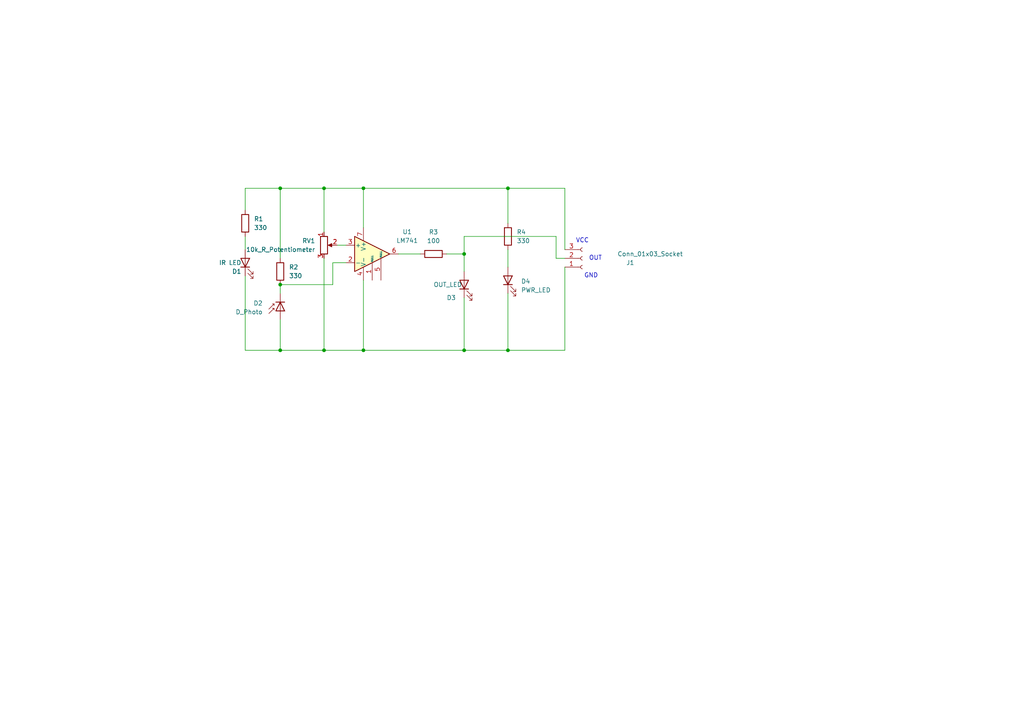
<source format=kicad_sch>
(kicad_sch
	(version 20250114)
	(generator "eeschema")
	(generator_version "9.0")
	(uuid "5b9e880c-5352-43e4-9e1b-02f6602c4e87")
	(paper "A4")
	(lib_symbols
		(symbol "Amplifier_Operational:LM741"
			(pin_names
				(offset 0.127)
			)
			(exclude_from_sim no)
			(in_bom yes)
			(on_board yes)
			(property "Reference" "U"
				(at 0 6.35 0)
				(effects
					(font
						(size 1.27 1.27)
					)
					(justify left)
				)
			)
			(property "Value" "LM741"
				(at 0 3.81 0)
				(effects
					(font
						(size 1.27 1.27)
					)
					(justify left)
				)
			)
			(property "Footprint" ""
				(at 1.27 1.27 0)
				(effects
					(font
						(size 1.27 1.27)
					)
					(hide yes)
				)
			)
			(property "Datasheet" "http://www.ti.com/lit/ds/symlink/lm741.pdf"
				(at 3.81 3.81 0)
				(effects
					(font
						(size 1.27 1.27)
					)
					(hide yes)
				)
			)
			(property "Description" "Operational Amplifier, DIP-8/TO-99-8"
				(at 0 0 0)
				(effects
					(font
						(size 1.27 1.27)
					)
					(hide yes)
				)
			)
			(property "ki_keywords" "single opamp"
				(at 0 0 0)
				(effects
					(font
						(size 1.27 1.27)
					)
					(hide yes)
				)
			)
			(property "ki_fp_filters" "SOIC*3.9x4.9mm*P1.27mm* DIP*W7.62mm* TSSOP*3x3mm*P0.65mm*"
				(at 0 0 0)
				(effects
					(font
						(size 1.27 1.27)
					)
					(hide yes)
				)
			)
			(symbol "LM741_0_1"
				(polyline
					(pts
						(xy -5.08 5.08) (xy 5.08 0) (xy -5.08 -5.08) (xy -5.08 5.08)
					)
					(stroke
						(width 0.254)
						(type default)
					)
					(fill
						(type background)
					)
				)
			)
			(symbol "LM741_1_1"
				(pin input line
					(at -7.62 2.54 0)
					(length 2.54)
					(name "+"
						(effects
							(font
								(size 1.27 1.27)
							)
						)
					)
					(number "3"
						(effects
							(font
								(size 1.27 1.27)
							)
						)
					)
				)
				(pin input line
					(at -7.62 -2.54 0)
					(length 2.54)
					(name "-"
						(effects
							(font
								(size 1.27 1.27)
							)
						)
					)
					(number "2"
						(effects
							(font
								(size 1.27 1.27)
							)
						)
					)
				)
				(pin power_in line
					(at -2.54 7.62 270)
					(length 3.81)
					(name "V+"
						(effects
							(font
								(size 1.27 1.27)
							)
						)
					)
					(number "7"
						(effects
							(font
								(size 1.27 1.27)
							)
						)
					)
				)
				(pin power_in line
					(at -2.54 -7.62 90)
					(length 3.81)
					(name "V-"
						(effects
							(font
								(size 1.27 1.27)
							)
						)
					)
					(number "4"
						(effects
							(font
								(size 1.27 1.27)
							)
						)
					)
				)
				(pin no_connect line
					(at 0 2.54 270)
					(length 2.54)
					(hide yes)
					(name "NC"
						(effects
							(font
								(size 1.27 1.27)
							)
						)
					)
					(number "8"
						(effects
							(font
								(size 1.27 1.27)
							)
						)
					)
				)
				(pin input line
					(at 0 -7.62 90)
					(length 5.08)
					(name "NULL"
						(effects
							(font
								(size 0.508 0.508)
							)
						)
					)
					(number "1"
						(effects
							(font
								(size 1.27 1.27)
							)
						)
					)
				)
				(pin input line
					(at 2.54 -7.62 90)
					(length 6.35)
					(name "NULL"
						(effects
							(font
								(size 0.508 0.508)
							)
						)
					)
					(number "5"
						(effects
							(font
								(size 1.27 1.27)
							)
						)
					)
				)
				(pin output line
					(at 7.62 0 180)
					(length 2.54)
					(name "~"
						(effects
							(font
								(size 1.27 1.27)
							)
						)
					)
					(number "6"
						(effects
							(font
								(size 1.27 1.27)
							)
						)
					)
				)
			)
			(embedded_fonts no)
		)
		(symbol "Connector:Conn_01x03_Socket"
			(pin_names
				(offset 1.016)
				(hide yes)
			)
			(exclude_from_sim no)
			(in_bom yes)
			(on_board yes)
			(property "Reference" "J"
				(at 0 5.08 0)
				(effects
					(font
						(size 1.27 1.27)
					)
				)
			)
			(property "Value" "Conn_01x03_Socket"
				(at 0 -5.08 0)
				(effects
					(font
						(size 1.27 1.27)
					)
				)
			)
			(property "Footprint" ""
				(at 0 0 0)
				(effects
					(font
						(size 1.27 1.27)
					)
					(hide yes)
				)
			)
			(property "Datasheet" "~"
				(at 0 0 0)
				(effects
					(font
						(size 1.27 1.27)
					)
					(hide yes)
				)
			)
			(property "Description" "Generic connector, single row, 01x03, script generated"
				(at 0 0 0)
				(effects
					(font
						(size 1.27 1.27)
					)
					(hide yes)
				)
			)
			(property "ki_locked" ""
				(at 0 0 0)
				(effects
					(font
						(size 1.27 1.27)
					)
				)
			)
			(property "ki_keywords" "connector"
				(at 0 0 0)
				(effects
					(font
						(size 1.27 1.27)
					)
					(hide yes)
				)
			)
			(property "ki_fp_filters" "Connector*:*_1x??_*"
				(at 0 0 0)
				(effects
					(font
						(size 1.27 1.27)
					)
					(hide yes)
				)
			)
			(symbol "Conn_01x03_Socket_1_1"
				(polyline
					(pts
						(xy -1.27 2.54) (xy -0.508 2.54)
					)
					(stroke
						(width 0.1524)
						(type default)
					)
					(fill
						(type none)
					)
				)
				(polyline
					(pts
						(xy -1.27 0) (xy -0.508 0)
					)
					(stroke
						(width 0.1524)
						(type default)
					)
					(fill
						(type none)
					)
				)
				(polyline
					(pts
						(xy -1.27 -2.54) (xy -0.508 -2.54)
					)
					(stroke
						(width 0.1524)
						(type default)
					)
					(fill
						(type none)
					)
				)
				(arc
					(start 0 2.032)
					(mid -0.5058 2.54)
					(end 0 3.048)
					(stroke
						(width 0.1524)
						(type default)
					)
					(fill
						(type none)
					)
				)
				(arc
					(start 0 -0.508)
					(mid -0.5058 0)
					(end 0 0.508)
					(stroke
						(width 0.1524)
						(type default)
					)
					(fill
						(type none)
					)
				)
				(arc
					(start 0 -3.048)
					(mid -0.5058 -2.54)
					(end 0 -2.032)
					(stroke
						(width 0.1524)
						(type default)
					)
					(fill
						(type none)
					)
				)
				(pin passive line
					(at -5.08 2.54 0)
					(length 3.81)
					(name "Pin_1"
						(effects
							(font
								(size 1.27 1.27)
							)
						)
					)
					(number "1"
						(effects
							(font
								(size 1.27 1.27)
							)
						)
					)
				)
				(pin passive line
					(at -5.08 0 0)
					(length 3.81)
					(name "Pin_2"
						(effects
							(font
								(size 1.27 1.27)
							)
						)
					)
					(number "2"
						(effects
							(font
								(size 1.27 1.27)
							)
						)
					)
				)
				(pin passive line
					(at -5.08 -2.54 0)
					(length 3.81)
					(name "Pin_3"
						(effects
							(font
								(size 1.27 1.27)
							)
						)
					)
					(number "3"
						(effects
							(font
								(size 1.27 1.27)
							)
						)
					)
				)
			)
			(embedded_fonts no)
		)
		(symbol "Device:D_Photo"
			(pin_numbers
				(hide yes)
			)
			(pin_names
				(hide yes)
			)
			(exclude_from_sim no)
			(in_bom yes)
			(on_board yes)
			(property "Reference" "D"
				(at 0.508 1.778 0)
				(effects
					(font
						(size 1.27 1.27)
					)
					(justify left)
				)
			)
			(property "Value" "D_Photo"
				(at -1.016 -2.794 0)
				(effects
					(font
						(size 1.27 1.27)
					)
				)
			)
			(property "Footprint" ""
				(at -1.27 0 0)
				(effects
					(font
						(size 1.27 1.27)
					)
					(hide yes)
				)
			)
			(property "Datasheet" "~"
				(at -1.27 0 0)
				(effects
					(font
						(size 1.27 1.27)
					)
					(hide yes)
				)
			)
			(property "Description" "Photodiode"
				(at 0 0 0)
				(effects
					(font
						(size 1.27 1.27)
					)
					(hide yes)
				)
			)
			(property "ki_keywords" "photodiode diode opto"
				(at 0 0 0)
				(effects
					(font
						(size 1.27 1.27)
					)
					(hide yes)
				)
			)
			(symbol "D_Photo_0_1"
				(polyline
					(pts
						(xy -2.54 1.27) (xy -2.54 -1.27)
					)
					(stroke
						(width 0.254)
						(type default)
					)
					(fill
						(type none)
					)
				)
				(polyline
					(pts
						(xy -2.032 1.778) (xy -1.524 1.778)
					)
					(stroke
						(width 0)
						(type default)
					)
					(fill
						(type none)
					)
				)
				(polyline
					(pts
						(xy -0.508 3.302) (xy -2.032 1.778) (xy -2.032 2.286)
					)
					(stroke
						(width 0)
						(type default)
					)
					(fill
						(type none)
					)
				)
				(polyline
					(pts
						(xy 0 0) (xy -2.54 0)
					)
					(stroke
						(width 0)
						(type default)
					)
					(fill
						(type none)
					)
				)
				(polyline
					(pts
						(xy 0 -1.27) (xy 0 1.27) (xy -2.54 0) (xy 0 -1.27)
					)
					(stroke
						(width 0.254)
						(type default)
					)
					(fill
						(type none)
					)
				)
				(polyline
					(pts
						(xy 0.762 3.302) (xy -0.762 1.778) (xy -0.762 2.286) (xy -0.762 1.778) (xy -0.254 1.778)
					)
					(stroke
						(width 0)
						(type default)
					)
					(fill
						(type none)
					)
				)
			)
			(symbol "D_Photo_1_1"
				(pin passive line
					(at -5.08 0 0)
					(length 2.54)
					(name "K"
						(effects
							(font
								(size 1.27 1.27)
							)
						)
					)
					(number "1"
						(effects
							(font
								(size 1.27 1.27)
							)
						)
					)
				)
				(pin passive line
					(at 2.54 0 180)
					(length 2.54)
					(name "A"
						(effects
							(font
								(size 1.27 1.27)
							)
						)
					)
					(number "2"
						(effects
							(font
								(size 1.27 1.27)
							)
						)
					)
				)
			)
			(embedded_fonts no)
		)
		(symbol "Device:LED"
			(pin_numbers
				(hide yes)
			)
			(pin_names
				(offset 1.016)
				(hide yes)
			)
			(exclude_from_sim no)
			(in_bom yes)
			(on_board yes)
			(property "Reference" "D"
				(at 0 2.54 0)
				(effects
					(font
						(size 1.27 1.27)
					)
				)
			)
			(property "Value" "LED"
				(at 0 -2.54 0)
				(effects
					(font
						(size 1.27 1.27)
					)
				)
			)
			(property "Footprint" ""
				(at 0 0 0)
				(effects
					(font
						(size 1.27 1.27)
					)
					(hide yes)
				)
			)
			(property "Datasheet" "~"
				(at 0 0 0)
				(effects
					(font
						(size 1.27 1.27)
					)
					(hide yes)
				)
			)
			(property "Description" "Light emitting diode"
				(at 0 0 0)
				(effects
					(font
						(size 1.27 1.27)
					)
					(hide yes)
				)
			)
			(property "Sim.Pins" "1=K 2=A"
				(at 0 0 0)
				(effects
					(font
						(size 1.27 1.27)
					)
					(hide yes)
				)
			)
			(property "ki_keywords" "LED diode"
				(at 0 0 0)
				(effects
					(font
						(size 1.27 1.27)
					)
					(hide yes)
				)
			)
			(property "ki_fp_filters" "LED* LED_SMD:* LED_THT:*"
				(at 0 0 0)
				(effects
					(font
						(size 1.27 1.27)
					)
					(hide yes)
				)
			)
			(symbol "LED_0_1"
				(polyline
					(pts
						(xy -3.048 -0.762) (xy -4.572 -2.286) (xy -3.81 -2.286) (xy -4.572 -2.286) (xy -4.572 -1.524)
					)
					(stroke
						(width 0)
						(type default)
					)
					(fill
						(type none)
					)
				)
				(polyline
					(pts
						(xy -1.778 -0.762) (xy -3.302 -2.286) (xy -2.54 -2.286) (xy -3.302 -2.286) (xy -3.302 -1.524)
					)
					(stroke
						(width 0)
						(type default)
					)
					(fill
						(type none)
					)
				)
				(polyline
					(pts
						(xy -1.27 0) (xy 1.27 0)
					)
					(stroke
						(width 0)
						(type default)
					)
					(fill
						(type none)
					)
				)
				(polyline
					(pts
						(xy -1.27 -1.27) (xy -1.27 1.27)
					)
					(stroke
						(width 0.254)
						(type default)
					)
					(fill
						(type none)
					)
				)
				(polyline
					(pts
						(xy 1.27 -1.27) (xy 1.27 1.27) (xy -1.27 0) (xy 1.27 -1.27)
					)
					(stroke
						(width 0.254)
						(type default)
					)
					(fill
						(type none)
					)
				)
			)
			(symbol "LED_1_1"
				(pin passive line
					(at -3.81 0 0)
					(length 2.54)
					(name "K"
						(effects
							(font
								(size 1.27 1.27)
							)
						)
					)
					(number "1"
						(effects
							(font
								(size 1.27 1.27)
							)
						)
					)
				)
				(pin passive line
					(at 3.81 0 180)
					(length 2.54)
					(name "A"
						(effects
							(font
								(size 1.27 1.27)
							)
						)
					)
					(number "2"
						(effects
							(font
								(size 1.27 1.27)
							)
						)
					)
				)
			)
			(embedded_fonts no)
		)
		(symbol "Device:R"
			(pin_numbers
				(hide yes)
			)
			(pin_names
				(offset 0)
			)
			(exclude_from_sim no)
			(in_bom yes)
			(on_board yes)
			(property "Reference" "R"
				(at 2.032 0 90)
				(effects
					(font
						(size 1.27 1.27)
					)
				)
			)
			(property "Value" "R"
				(at 0 0 90)
				(effects
					(font
						(size 1.27 1.27)
					)
				)
			)
			(property "Footprint" ""
				(at -1.778 0 90)
				(effects
					(font
						(size 1.27 1.27)
					)
					(hide yes)
				)
			)
			(property "Datasheet" "~"
				(at 0 0 0)
				(effects
					(font
						(size 1.27 1.27)
					)
					(hide yes)
				)
			)
			(property "Description" "Resistor"
				(at 0 0 0)
				(effects
					(font
						(size 1.27 1.27)
					)
					(hide yes)
				)
			)
			(property "ki_keywords" "R res resistor"
				(at 0 0 0)
				(effects
					(font
						(size 1.27 1.27)
					)
					(hide yes)
				)
			)
			(property "ki_fp_filters" "R_*"
				(at 0 0 0)
				(effects
					(font
						(size 1.27 1.27)
					)
					(hide yes)
				)
			)
			(symbol "R_0_1"
				(rectangle
					(start -1.016 -2.54)
					(end 1.016 2.54)
					(stroke
						(width 0.254)
						(type default)
					)
					(fill
						(type none)
					)
				)
			)
			(symbol "R_1_1"
				(pin passive line
					(at 0 3.81 270)
					(length 1.27)
					(name "~"
						(effects
							(font
								(size 1.27 1.27)
							)
						)
					)
					(number "1"
						(effects
							(font
								(size 1.27 1.27)
							)
						)
					)
				)
				(pin passive line
					(at 0 -3.81 90)
					(length 1.27)
					(name "~"
						(effects
							(font
								(size 1.27 1.27)
							)
						)
					)
					(number "2"
						(effects
							(font
								(size 1.27 1.27)
							)
						)
					)
				)
			)
			(embedded_fonts no)
		)
		(symbol "Device:R_Potentiometer"
			(pin_names
				(offset 1.016)
				(hide yes)
			)
			(exclude_from_sim no)
			(in_bom yes)
			(on_board yes)
			(property "Reference" "RV"
				(at -4.445 0 90)
				(effects
					(font
						(size 1.27 1.27)
					)
				)
			)
			(property "Value" "R_Potentiometer"
				(at -2.54 0 90)
				(effects
					(font
						(size 1.27 1.27)
					)
				)
			)
			(property "Footprint" ""
				(at 0 0 0)
				(effects
					(font
						(size 1.27 1.27)
					)
					(hide yes)
				)
			)
			(property "Datasheet" "~"
				(at 0 0 0)
				(effects
					(font
						(size 1.27 1.27)
					)
					(hide yes)
				)
			)
			(property "Description" "Potentiometer"
				(at 0 0 0)
				(effects
					(font
						(size 1.27 1.27)
					)
					(hide yes)
				)
			)
			(property "ki_keywords" "resistor variable"
				(at 0 0 0)
				(effects
					(font
						(size 1.27 1.27)
					)
					(hide yes)
				)
			)
			(property "ki_fp_filters" "Potentiometer*"
				(at 0 0 0)
				(effects
					(font
						(size 1.27 1.27)
					)
					(hide yes)
				)
			)
			(symbol "R_Potentiometer_0_1"
				(rectangle
					(start 1.016 2.54)
					(end -1.016 -2.54)
					(stroke
						(width 0.254)
						(type default)
					)
					(fill
						(type none)
					)
				)
				(polyline
					(pts
						(xy 1.143 0) (xy 2.286 0.508) (xy 2.286 -0.508) (xy 1.143 0)
					)
					(stroke
						(width 0)
						(type default)
					)
					(fill
						(type outline)
					)
				)
				(polyline
					(pts
						(xy 2.54 0) (xy 1.524 0)
					)
					(stroke
						(width 0)
						(type default)
					)
					(fill
						(type none)
					)
				)
			)
			(symbol "R_Potentiometer_1_1"
				(pin passive line
					(at 0 3.81 270)
					(length 1.27)
					(name "1"
						(effects
							(font
								(size 1.27 1.27)
							)
						)
					)
					(number "1"
						(effects
							(font
								(size 1.27 1.27)
							)
						)
					)
				)
				(pin passive line
					(at 0 -3.81 90)
					(length 1.27)
					(name "3"
						(effects
							(font
								(size 1.27 1.27)
							)
						)
					)
					(number "3"
						(effects
							(font
								(size 1.27 1.27)
							)
						)
					)
				)
				(pin passive line
					(at 3.81 0 180)
					(length 1.27)
					(name "2"
						(effects
							(font
								(size 1.27 1.27)
							)
						)
					)
					(number "2"
						(effects
							(font
								(size 1.27 1.27)
							)
						)
					)
				)
			)
			(embedded_fonts no)
		)
	)
	(text "GND"
		(exclude_from_sim no)
		(at 171.45 80.01 0)
		(effects
			(font
				(size 1.27 1.27)
			)
		)
		(uuid "49464ded-a01b-4082-8168-a12a6ef290ee")
	)
	(text "VCC"
		(exclude_from_sim no)
		(at 168.91 69.85 0)
		(effects
			(font
				(size 1.27 1.27)
			)
		)
		(uuid "69559e8e-b22d-4600-93d1-6de39fd7878d")
	)
	(text "OUT\n"
		(exclude_from_sim no)
		(at 172.72 74.93 0)
		(effects
			(font
				(size 1.27 1.27)
			)
		)
		(uuid "a4f4071e-92e8-4fd7-bc75-797f397f3682")
	)
	(junction
		(at 105.41 54.61)
		(diameter 0)
		(color 0 0 0 0)
		(uuid "2a1010a8-7369-4f08-8a18-81b85973e436")
	)
	(junction
		(at 147.32 101.6)
		(diameter 0)
		(color 0 0 0 0)
		(uuid "2d1974ad-d503-465c-a6e9-9490009e0c2f")
	)
	(junction
		(at 81.28 54.61)
		(diameter 0)
		(color 0 0 0 0)
		(uuid "2dbaeb96-b650-4b54-bd7b-ad4bbd9d1c01")
	)
	(junction
		(at 134.62 73.66)
		(diameter 0)
		(color 0 0 0 0)
		(uuid "527e3a73-be23-4884-a893-14b8551eac80")
	)
	(junction
		(at 147.32 54.61)
		(diameter 0)
		(color 0 0 0 0)
		(uuid "62886c40-52f3-4449-b54a-e2f2d47e3649")
	)
	(junction
		(at 134.62 101.6)
		(diameter 0)
		(color 0 0 0 0)
		(uuid "75210ad5-5065-4e24-b9f1-1e5dc99bc2ff")
	)
	(junction
		(at 93.98 101.6)
		(diameter 0)
		(color 0 0 0 0)
		(uuid "77517a85-ede9-4301-86bf-84126f224019")
	)
	(junction
		(at 81.28 82.55)
		(diameter 0)
		(color 0 0 0 0)
		(uuid "9bc13bfe-dee4-48f4-af40-95765bac0c0e")
	)
	(junction
		(at 81.28 101.6)
		(diameter 0)
		(color 0 0 0 0)
		(uuid "b2de323d-1f27-47f0-8954-fa81bd5b6928")
	)
	(junction
		(at 93.98 54.61)
		(diameter 0)
		(color 0 0 0 0)
		(uuid "be5304cc-6c74-412a-bb0e-8d1175fc897d")
	)
	(junction
		(at 105.41 101.6)
		(diameter 0)
		(color 0 0 0 0)
		(uuid "ec8b625b-66f4-4355-88c0-2ab3dbe6b7ae")
	)
	(wire
		(pts
			(xy 81.28 92.71) (xy 81.28 101.6)
		)
		(stroke
			(width 0)
			(type default)
		)
		(uuid "034c01cd-6245-4504-a919-cc89fe41c873")
	)
	(wire
		(pts
			(xy 134.62 68.58) (xy 161.29 68.58)
		)
		(stroke
			(width 0)
			(type default)
		)
		(uuid "0cbe0549-dbd9-4267-a68d-7ad6de2e45f6")
	)
	(wire
		(pts
			(xy 147.32 54.61) (xy 147.32 64.77)
		)
		(stroke
			(width 0)
			(type default)
		)
		(uuid "0e9f6b61-a8bc-4060-b0c5-a88ea0c4d42a")
	)
	(wire
		(pts
			(xy 105.41 101.6) (xy 134.62 101.6)
		)
		(stroke
			(width 0)
			(type default)
		)
		(uuid "14312942-8533-4b7f-9574-6f500ec9f991")
	)
	(wire
		(pts
			(xy 93.98 54.61) (xy 81.28 54.61)
		)
		(stroke
			(width 0)
			(type default)
		)
		(uuid "25cfb54f-e7df-49c1-b6d0-6bedd94e2b28")
	)
	(wire
		(pts
			(xy 147.32 72.39) (xy 147.32 77.47)
		)
		(stroke
			(width 0)
			(type default)
		)
		(uuid "2a523d58-2593-4968-a9e4-a173a4a26b03")
	)
	(wire
		(pts
			(xy 105.41 54.61) (xy 147.32 54.61)
		)
		(stroke
			(width 0)
			(type default)
		)
		(uuid "2a82d6ac-b9c2-43e3-817e-abb5933e8968")
	)
	(wire
		(pts
			(xy 71.12 54.61) (xy 71.12 60.96)
		)
		(stroke
			(width 0)
			(type default)
		)
		(uuid "2dd4570f-51df-4389-bb83-0235c17e2550")
	)
	(wire
		(pts
			(xy 105.41 54.61) (xy 93.98 54.61)
		)
		(stroke
			(width 0)
			(type default)
		)
		(uuid "2fd99dbf-ebca-4d45-b4f7-d5edaf530507")
	)
	(wire
		(pts
			(xy 93.98 101.6) (xy 105.41 101.6)
		)
		(stroke
			(width 0)
			(type default)
		)
		(uuid "36874bc0-2a4b-4577-8c90-3910351402be")
	)
	(wire
		(pts
			(xy 81.28 54.61) (xy 71.12 54.61)
		)
		(stroke
			(width 0)
			(type default)
		)
		(uuid "37184bd6-60e6-40cd-9c25-967fdb84a58a")
	)
	(wire
		(pts
			(xy 100.33 76.2) (xy 96.52 76.2)
		)
		(stroke
			(width 0)
			(type default)
		)
		(uuid "3dedeb8e-61c8-42e5-8f81-9df904bd9037")
	)
	(wire
		(pts
			(xy 105.41 54.61) (xy 105.41 66.04)
		)
		(stroke
			(width 0)
			(type default)
		)
		(uuid "420e5990-655d-4782-9ac4-3ec43f6f2c76")
	)
	(wire
		(pts
			(xy 81.28 82.55) (xy 81.28 85.09)
		)
		(stroke
			(width 0)
			(type default)
		)
		(uuid "485b3c68-0d26-477d-ba7b-a15b3b6f5f60")
	)
	(wire
		(pts
			(xy 97.79 71.12) (xy 100.33 71.12)
		)
		(stroke
			(width 0)
			(type default)
		)
		(uuid "5287f44d-0e21-469b-9606-0cbaaeb87ed2")
	)
	(wire
		(pts
			(xy 163.83 54.61) (xy 163.83 72.39)
		)
		(stroke
			(width 0)
			(type default)
		)
		(uuid "533bd905-7b6b-4cb9-a537-5ecefb1fb518")
	)
	(wire
		(pts
			(xy 105.41 81.28) (xy 105.41 101.6)
		)
		(stroke
			(width 0)
			(type default)
		)
		(uuid "5c6ae23b-dc74-4a55-aa3f-73d193034d8a")
	)
	(wire
		(pts
			(xy 134.62 101.6) (xy 147.32 101.6)
		)
		(stroke
			(width 0)
			(type default)
		)
		(uuid "679ce500-20aa-4a71-836c-12b5451cd204")
	)
	(wire
		(pts
			(xy 81.28 54.61) (xy 81.28 74.93)
		)
		(stroke
			(width 0)
			(type default)
		)
		(uuid "6f07c3f6-8634-4441-aa7e-cd6d92d5e6fa")
	)
	(wire
		(pts
			(xy 81.28 101.6) (xy 93.98 101.6)
		)
		(stroke
			(width 0)
			(type default)
		)
		(uuid "737a2787-f12f-495c-b1e6-cf1e8b2ea8ee")
	)
	(wire
		(pts
			(xy 134.62 73.66) (xy 134.62 78.74)
		)
		(stroke
			(width 0)
			(type default)
		)
		(uuid "7c5a5121-e2b6-4173-8348-06a68ac5247d")
	)
	(wire
		(pts
			(xy 134.62 86.36) (xy 134.62 101.6)
		)
		(stroke
			(width 0)
			(type default)
		)
		(uuid "7f64e99b-d5d9-415c-b848-36367be8ca93")
	)
	(wire
		(pts
			(xy 161.29 74.93) (xy 163.83 74.93)
		)
		(stroke
			(width 0)
			(type default)
		)
		(uuid "81559d7a-6e23-4d73-b77a-cbee8ed5e666")
	)
	(wire
		(pts
			(xy 147.32 54.61) (xy 163.83 54.61)
		)
		(stroke
			(width 0)
			(type default)
		)
		(uuid "91abdca2-d351-42d2-bd84-2bd8d296ea02")
	)
	(wire
		(pts
			(xy 96.52 82.55) (xy 81.28 82.55)
		)
		(stroke
			(width 0)
			(type default)
		)
		(uuid "93ed5ccb-26ce-4ca4-bbf9-c909f1c486c7")
	)
	(wire
		(pts
			(xy 147.32 85.09) (xy 147.32 101.6)
		)
		(stroke
			(width 0)
			(type default)
		)
		(uuid "9a5d995f-8cb6-426e-8ccd-d3727d6cb9b1")
	)
	(wire
		(pts
			(xy 71.12 68.58) (xy 71.12 72.39)
		)
		(stroke
			(width 0)
			(type default)
		)
		(uuid "a0ef3d43-fb45-4a89-b577-1ec56c2e9b30")
	)
	(wire
		(pts
			(xy 93.98 54.61) (xy 93.98 67.31)
		)
		(stroke
			(width 0)
			(type default)
		)
		(uuid "b87bf2ab-f660-4d6f-a538-df16c0395322")
	)
	(wire
		(pts
			(xy 163.83 77.47) (xy 163.83 101.6)
		)
		(stroke
			(width 0)
			(type default)
		)
		(uuid "be0c3a79-df8c-4816-9dcd-5e0714254cb9")
	)
	(wire
		(pts
			(xy 147.32 101.6) (xy 163.83 101.6)
		)
		(stroke
			(width 0)
			(type default)
		)
		(uuid "be8a16a2-af72-438c-a790-c3ca71d0e31b")
	)
	(wire
		(pts
			(xy 96.52 76.2) (xy 96.52 82.55)
		)
		(stroke
			(width 0)
			(type default)
		)
		(uuid "bf9bea11-da54-45e4-a534-a905f355aaad")
	)
	(wire
		(pts
			(xy 161.29 68.58) (xy 161.29 74.93)
		)
		(stroke
			(width 0)
			(type default)
		)
		(uuid "c089ac96-b5eb-490e-96a3-a7b403dce6f9")
	)
	(wire
		(pts
			(xy 115.57 73.66) (xy 121.92 73.66)
		)
		(stroke
			(width 0)
			(type default)
		)
		(uuid "cf0d3369-3281-4ea3-8e2e-06830883bead")
	)
	(wire
		(pts
			(xy 134.62 68.58) (xy 134.62 73.66)
		)
		(stroke
			(width 0)
			(type default)
		)
		(uuid "df748532-0854-444f-ac58-d8bfdf9ac0e1")
	)
	(wire
		(pts
			(xy 129.54 73.66) (xy 134.62 73.66)
		)
		(stroke
			(width 0)
			(type default)
		)
		(uuid "e3a89f4a-c5c4-4ae5-9be5-7ed3d31c148e")
	)
	(wire
		(pts
			(xy 93.98 74.93) (xy 93.98 101.6)
		)
		(stroke
			(width 0)
			(type default)
		)
		(uuid "ec47b90f-05c5-4713-8338-14f63205115b")
	)
	(wire
		(pts
			(xy 71.12 101.6) (xy 81.28 101.6)
		)
		(stroke
			(width 0)
			(type default)
		)
		(uuid "f0b478c1-93ac-466b-971f-d1b4d4b76604")
	)
	(wire
		(pts
			(xy 71.12 80.01) (xy 71.12 101.6)
		)
		(stroke
			(width 0)
			(type default)
		)
		(uuid "f1d4b26d-6dbd-40cb-a624-f0c0e27b69db")
	)
	(symbol
		(lib_id "Amplifier_Operational:LM741")
		(at 107.95 73.66 0)
		(unit 1)
		(exclude_from_sim no)
		(in_bom yes)
		(on_board yes)
		(dnp no)
		(fields_autoplaced yes)
		(uuid "011b53da-c480-4fe8-bb09-5d11e0ca372e")
		(property "Reference" "U1"
			(at 118.11 67.2398 0)
			(effects
				(font
					(size 1.27 1.27)
				)
			)
		)
		(property "Value" "LM741"
			(at 118.11 69.7798 0)
			(effects
				(font
					(size 1.27 1.27)
				)
			)
		)
		(property "Footprint" "Package_SO:SOIC-8_3.9x4.9mm_P1.27mm"
			(at 109.22 72.39 0)
			(effects
				(font
					(size 1.27 1.27)
				)
				(hide yes)
			)
		)
		(property "Datasheet" "http://www.ti.com/lit/ds/symlink/lm741.pdf"
			(at 111.76 69.85 0)
			(effects
				(font
					(size 1.27 1.27)
				)
				(hide yes)
			)
		)
		(property "Description" "Operational Amplifier, DIP-8/TO-99-8"
			(at 107.95 73.66 0)
			(effects
				(font
					(size 1.27 1.27)
				)
				(hide yes)
			)
		)
		(pin "8"
			(uuid "4d0f40af-a47f-4e1e-9d2d-edf079536806")
		)
		(pin "1"
			(uuid "83d8b437-ca68-4d1c-abf7-ff3487882375")
		)
		(pin "5"
			(uuid "fc576000-9d4f-41a0-87cc-7cd8b82d4377")
		)
		(pin "6"
			(uuid "fc0bac9d-23d0-4635-b2fa-6159e84405ee")
		)
		(pin "7"
			(uuid "2bd6b93d-6a09-4cae-8b20-5d321d2d0315")
		)
		(pin "4"
			(uuid "3d90082e-87e5-4071-b3e3-52d42a0a079a")
		)
		(pin "3"
			(uuid "2899095b-3368-44f6-8aa4-82acd38514b4")
		)
		(pin "2"
			(uuid "5c40d559-a7c6-4caf-b98c-f87c7dfc2f7c")
		)
		(instances
			(project ""
				(path "/5b9e880c-5352-43e4-9e1b-02f6602c4e87"
					(reference "U1")
					(unit 1)
				)
			)
		)
	)
	(symbol
		(lib_id "Device:R")
		(at 81.28 78.74 0)
		(unit 1)
		(exclude_from_sim no)
		(in_bom yes)
		(on_board yes)
		(dnp no)
		(fields_autoplaced yes)
		(uuid "07c6318a-b149-4a26-8b5d-4b98f2aadf2d")
		(property "Reference" "R2"
			(at 83.82 77.4699 0)
			(effects
				(font
					(size 1.27 1.27)
				)
				(justify left)
			)
		)
		(property "Value" "330"
			(at 83.82 80.0099 0)
			(effects
				(font
					(size 1.27 1.27)
				)
				(justify left)
			)
		)
		(property "Footprint" "Resistor_SMD:R_0805_2012Metric"
			(at 79.502 78.74 90)
			(effects
				(font
					(size 1.27 1.27)
				)
				(hide yes)
			)
		)
		(property "Datasheet" "~"
			(at 81.28 78.74 0)
			(effects
				(font
					(size 1.27 1.27)
				)
				(hide yes)
			)
		)
		(property "Description" "Resistor"
			(at 81.28 78.74 0)
			(effects
				(font
					(size 1.27 1.27)
				)
				(hide yes)
			)
		)
		(pin "1"
			(uuid "0529a00f-9656-4e00-8942-759f5ec64cbb")
		)
		(pin "2"
			(uuid "23b9c556-4125-4ba0-82ca-06aaaecfec99")
		)
		(instances
			(project "Air_Quality"
				(path "/5b9e880c-5352-43e4-9e1b-02f6602c4e87"
					(reference "R2")
					(unit 1)
				)
			)
		)
	)
	(symbol
		(lib_id "Device:R")
		(at 125.73 73.66 270)
		(unit 1)
		(exclude_from_sim no)
		(in_bom yes)
		(on_board yes)
		(dnp no)
		(fields_autoplaced yes)
		(uuid "31384141-6c19-46a7-b68c-b540c2bc8d40")
		(property "Reference" "R3"
			(at 125.73 67.31 90)
			(effects
				(font
					(size 1.27 1.27)
				)
			)
		)
		(property "Value" "100"
			(at 125.73 69.85 90)
			(effects
				(font
					(size 1.27 1.27)
				)
			)
		)
		(property "Footprint" "Resistor_SMD:R_0805_2012Metric"
			(at 125.73 71.882 90)
			(effects
				(font
					(size 1.27 1.27)
				)
				(hide yes)
			)
		)
		(property "Datasheet" "~"
			(at 125.73 73.66 0)
			(effects
				(font
					(size 1.27 1.27)
				)
				(hide yes)
			)
		)
		(property "Description" "Resistor"
			(at 125.73 73.66 0)
			(effects
				(font
					(size 1.27 1.27)
				)
				(hide yes)
			)
		)
		(pin "1"
			(uuid "792c805b-4e6c-4d91-b3d2-b32b261962f0")
		)
		(pin "2"
			(uuid "91ab0db1-38b8-4485-b715-298ac6ea6f27")
		)
		(instances
			(project "Air_Quality"
				(path "/5b9e880c-5352-43e4-9e1b-02f6602c4e87"
					(reference "R3")
					(unit 1)
				)
			)
		)
	)
	(symbol
		(lib_id "Device:LED")
		(at 134.62 82.55 90)
		(unit 1)
		(exclude_from_sim no)
		(in_bom yes)
		(on_board yes)
		(dnp no)
		(uuid "60ce7cca-2b25-43ba-ab1d-34efc3e62574")
		(property "Reference" "D3"
			(at 129.54 86.36 90)
			(effects
				(font
					(size 1.27 1.27)
				)
				(justify right)
			)
		)
		(property "Value" "OUT_LED"
			(at 125.73 82.55 90)
			(effects
				(font
					(size 1.27 1.27)
				)
				(justify right)
			)
		)
		(property "Footprint" "LED_SMD:LED_0805_2012Metric_Pad1.15x1.40mm_HandSolder"
			(at 134.62 82.55 0)
			(effects
				(font
					(size 1.27 1.27)
				)
				(hide yes)
			)
		)
		(property "Datasheet" "~"
			(at 134.62 82.55 0)
			(effects
				(font
					(size 1.27 1.27)
				)
				(hide yes)
			)
		)
		(property "Description" "Light emitting diode"
			(at 134.62 82.55 0)
			(effects
				(font
					(size 1.27 1.27)
				)
				(hide yes)
			)
		)
		(property "Sim.Pins" "1=K 2=A"
			(at 134.62 82.55 0)
			(effects
				(font
					(size 1.27 1.27)
				)
				(hide yes)
			)
		)
		(pin "2"
			(uuid "efe9fc27-4fbb-435c-9e75-9a56f71fa5a9")
		)
		(pin "1"
			(uuid "1c2abcbc-c78e-4da7-85e0-aa85a76ccea6")
		)
		(instances
			(project "Air_Quality"
				(path "/5b9e880c-5352-43e4-9e1b-02f6602c4e87"
					(reference "D3")
					(unit 1)
				)
			)
		)
	)
	(symbol
		(lib_id "Device:R")
		(at 71.12 64.77 0)
		(unit 1)
		(exclude_from_sim no)
		(in_bom yes)
		(on_board yes)
		(dnp no)
		(fields_autoplaced yes)
		(uuid "6e50c5b6-161c-4ca5-8704-28539eb1e79a")
		(property "Reference" "R1"
			(at 73.66 63.4999 0)
			(effects
				(font
					(size 1.27 1.27)
				)
				(justify left)
			)
		)
		(property "Value" "330"
			(at 73.66 66.0399 0)
			(effects
				(font
					(size 1.27 1.27)
				)
				(justify left)
			)
		)
		(property "Footprint" "Resistor_SMD:R_0805_2012Metric"
			(at 69.342 64.77 90)
			(effects
				(font
					(size 1.27 1.27)
				)
				(hide yes)
			)
		)
		(property "Datasheet" "~"
			(at 71.12 64.77 0)
			(effects
				(font
					(size 1.27 1.27)
				)
				(hide yes)
			)
		)
		(property "Description" "Resistor"
			(at 71.12 64.77 0)
			(effects
				(font
					(size 1.27 1.27)
				)
				(hide yes)
			)
		)
		(pin "1"
			(uuid "7a3bf869-231c-4492-a57a-15ad3bd59a25")
		)
		(pin "2"
			(uuid "83a2fccb-f35f-4dec-a824-644db5248c7e")
		)
		(instances
			(project ""
				(path "/5b9e880c-5352-43e4-9e1b-02f6602c4e87"
					(reference "R1")
					(unit 1)
				)
			)
		)
	)
	(symbol
		(lib_id "Device:R")
		(at 147.32 68.58 180)
		(unit 1)
		(exclude_from_sim no)
		(in_bom yes)
		(on_board yes)
		(dnp no)
		(fields_autoplaced yes)
		(uuid "834df57a-45b1-4091-9396-535df9f20721")
		(property "Reference" "R4"
			(at 149.86 67.3099 0)
			(effects
				(font
					(size 1.27 1.27)
				)
				(justify right)
			)
		)
		(property "Value" "330"
			(at 149.86 69.8499 0)
			(effects
				(font
					(size 1.27 1.27)
				)
				(justify right)
			)
		)
		(property "Footprint" "Resistor_SMD:R_0805_2012Metric"
			(at 149.098 68.58 90)
			(effects
				(font
					(size 1.27 1.27)
				)
				(hide yes)
			)
		)
		(property "Datasheet" "~"
			(at 147.32 68.58 0)
			(effects
				(font
					(size 1.27 1.27)
				)
				(hide yes)
			)
		)
		(property "Description" "Resistor"
			(at 147.32 68.58 0)
			(effects
				(font
					(size 1.27 1.27)
				)
				(hide yes)
			)
		)
		(pin "1"
			(uuid "10aa1eae-64c1-4443-813e-8ea2cd681c53")
		)
		(pin "2"
			(uuid "ca289e4f-bef4-4097-af43-b15fd141deb8")
		)
		(instances
			(project "Air_Quality"
				(path "/5b9e880c-5352-43e4-9e1b-02f6602c4e87"
					(reference "R4")
					(unit 1)
				)
			)
		)
	)
	(symbol
		(lib_id "Device:LED")
		(at 71.12 76.2 90)
		(unit 1)
		(exclude_from_sim no)
		(in_bom yes)
		(on_board yes)
		(dnp no)
		(uuid "bc0c3654-2856-4bdf-a5c0-45e87859d515")
		(property "Reference" "D1"
			(at 67.31 78.74 90)
			(effects
				(font
					(size 1.27 1.27)
				)
				(justify right)
			)
		)
		(property "Value" "IR LED"
			(at 63.5 76.2 90)
			(effects
				(font
					(size 1.27 1.27)
				)
				(justify right)
			)
		)
		(property "Footprint" "LED_THT:LED_D5.0mm_Horizontal_O1.27mm_Z3.0mm"
			(at 71.12 76.2 0)
			(effects
				(font
					(size 1.27 1.27)
				)
				(hide yes)
			)
		)
		(property "Datasheet" "~"
			(at 71.12 76.2 0)
			(effects
				(font
					(size 1.27 1.27)
				)
				(hide yes)
			)
		)
		(property "Description" "Light emitting diode"
			(at 71.12 76.2 0)
			(effects
				(font
					(size 1.27 1.27)
				)
				(hide yes)
			)
		)
		(property "Sim.Pins" "1=K 2=A"
			(at 71.12 76.2 0)
			(effects
				(font
					(size 1.27 1.27)
				)
				(hide yes)
			)
		)
		(pin "2"
			(uuid "6031ea0c-6c9d-48a4-ad69-dc04a34c3fdb")
		)
		(pin "1"
			(uuid "6eb9fce4-cdb6-46fb-a5a2-615b2f41b85c")
		)
		(instances
			(project ""
				(path "/5b9e880c-5352-43e4-9e1b-02f6602c4e87"
					(reference "D1")
					(unit 1)
				)
			)
		)
	)
	(symbol
		(lib_id "Device:R_Potentiometer")
		(at 93.98 71.12 0)
		(unit 1)
		(exclude_from_sim no)
		(in_bom yes)
		(on_board yes)
		(dnp no)
		(fields_autoplaced yes)
		(uuid "c443a293-0b37-4542-9408-f3bb6586e86a")
		(property "Reference" "RV1"
			(at 91.44 69.8499 0)
			(effects
				(font
					(size 1.27 1.27)
				)
				(justify right)
			)
		)
		(property "Value" "10k_R_Potentiometer"
			(at 91.44 72.3899 0)
			(effects
				(font
					(size 1.27 1.27)
				)
				(justify right)
			)
		)
		(property "Footprint" "Potentiometer_THT:Potentiometer_ACP_CA9-V10_Vertical_Hole"
			(at 93.98 71.12 0)
			(effects
				(font
					(size 1.27 1.27)
				)
				(hide yes)
			)
		)
		(property "Datasheet" "~"
			(at 93.98 71.12 0)
			(effects
				(font
					(size 1.27 1.27)
				)
				(hide yes)
			)
		)
		(property "Description" "Potentiometer"
			(at 93.98 71.12 0)
			(effects
				(font
					(size 1.27 1.27)
				)
				(hide yes)
			)
		)
		(pin "1"
			(uuid "07b455f9-37b8-42f2-9313-f83d43b5d399")
		)
		(pin "3"
			(uuid "f21a0131-9ca7-49da-886d-b98aa4bc2f8d")
		)
		(pin "2"
			(uuid "23d12b01-3a66-43ee-8f14-3d13b4d9f423")
		)
		(instances
			(project ""
				(path "/5b9e880c-5352-43e4-9e1b-02f6602c4e87"
					(reference "RV1")
					(unit 1)
				)
			)
		)
	)
	(symbol
		(lib_id "Device:LED")
		(at 147.32 81.28 90)
		(unit 1)
		(exclude_from_sim no)
		(in_bom yes)
		(on_board yes)
		(dnp no)
		(fields_autoplaced yes)
		(uuid "d52f9779-59f0-463a-b081-c99063cc56a0")
		(property "Reference" "D4"
			(at 151.13 81.5974 90)
			(effects
				(font
					(size 1.27 1.27)
				)
				(justify right)
			)
		)
		(property "Value" "PWR_LED"
			(at 151.13 84.1374 90)
			(effects
				(font
					(size 1.27 1.27)
				)
				(justify right)
			)
		)
		(property "Footprint" "LED_SMD:LED_0805_2012Metric_Pad1.15x1.40mm_HandSolder"
			(at 147.32 81.28 0)
			(effects
				(font
					(size 1.27 1.27)
				)
				(hide yes)
			)
		)
		(property "Datasheet" "~"
			(at 147.32 81.28 0)
			(effects
				(font
					(size 1.27 1.27)
				)
				(hide yes)
			)
		)
		(property "Description" "Light emitting diode"
			(at 147.32 81.28 0)
			(effects
				(font
					(size 1.27 1.27)
				)
				(hide yes)
			)
		)
		(property "Sim.Pins" "1=K 2=A"
			(at 147.32 81.28 0)
			(effects
				(font
					(size 1.27 1.27)
				)
				(hide yes)
			)
		)
		(pin "2"
			(uuid "2ececb59-d168-469c-8be7-23081eeef2e3")
		)
		(pin "1"
			(uuid "0d48e22d-2fc8-48e9-b73c-adf048ac634b")
		)
		(instances
			(project "Air_Quality"
				(path "/5b9e880c-5352-43e4-9e1b-02f6602c4e87"
					(reference "D4")
					(unit 1)
				)
			)
		)
	)
	(symbol
		(lib_id "Device:D_Photo")
		(at 81.28 90.17 90)
		(mirror x)
		(unit 1)
		(exclude_from_sim no)
		(in_bom yes)
		(on_board yes)
		(dnp no)
		(uuid "d87cef5c-abaf-40fe-b649-801dd6b0ead7")
		(property "Reference" "D2"
			(at 76.2 87.9474 90)
			(effects
				(font
					(size 1.27 1.27)
				)
				(justify left)
			)
		)
		(property "Value" "D_Photo"
			(at 76.2 90.4874 90)
			(effects
				(font
					(size 1.27 1.27)
				)
				(justify left)
			)
		)
		(property "Footprint" "LED_THT:LED_D5.0mm_Horizontal_O1.27mm_Z3.0mm"
			(at 81.28 88.9 0)
			(effects
				(font
					(size 1.27 1.27)
				)
				(hide yes)
			)
		)
		(property "Datasheet" "~"
			(at 81.28 88.9 0)
			(effects
				(font
					(size 1.27 1.27)
				)
				(hide yes)
			)
		)
		(property "Description" "Photodiode"
			(at 81.28 90.17 0)
			(effects
				(font
					(size 1.27 1.27)
				)
				(hide yes)
			)
		)
		(pin "2"
			(uuid "f9e225bd-3486-4705-9705-8f4554f7d27a")
		)
		(pin "1"
			(uuid "c311c31e-3115-4ca1-9a8a-7414436b7a62")
		)
		(instances
			(project ""
				(path "/5b9e880c-5352-43e4-9e1b-02f6602c4e87"
					(reference "D2")
					(unit 1)
				)
			)
		)
	)
	(symbol
		(lib_id "Connector:Conn_01x03_Socket")
		(at 168.91 74.93 0)
		(mirror x)
		(unit 1)
		(exclude_from_sim no)
		(in_bom yes)
		(on_board yes)
		(dnp no)
		(uuid "ee642ebb-3591-46d8-b50a-b7f39da24fb9")
		(property "Reference" "J1"
			(at 181.61 76.2 0)
			(effects
				(font
					(size 1.27 1.27)
				)
				(justify left)
			)
		)
		(property "Value" "Conn_01x03_Socket"
			(at 179.07 73.66 0)
			(effects
				(font
					(size 1.27 1.27)
				)
				(justify left)
			)
		)
		(property "Footprint" "Connector_PinHeader_2.54mm:PinHeader_1x03_P2.54mm_Horizontal"
			(at 168.91 74.93 0)
			(effects
				(font
					(size 1.27 1.27)
				)
				(hide yes)
			)
		)
		(property "Datasheet" "~"
			(at 168.91 74.93 0)
			(effects
				(font
					(size 1.27 1.27)
				)
				(hide yes)
			)
		)
		(property "Description" "Generic connector, single row, 01x03, script generated"
			(at 168.91 74.93 0)
			(effects
				(font
					(size 1.27 1.27)
				)
				(hide yes)
			)
		)
		(pin "1"
			(uuid "3cc483c7-e1f3-4dcb-b859-beabb0c8dd25")
		)
		(pin "2"
			(uuid "7ae09cc3-e125-4ce0-b7fb-3ebb74a2430c")
		)
		(pin "3"
			(uuid "f3d24828-ce66-4428-82f3-e3a9391d4bb7")
		)
		(instances
			(project ""
				(path "/5b9e880c-5352-43e4-9e1b-02f6602c4e87"
					(reference "J1")
					(unit 1)
				)
			)
		)
	)
	(sheet_instances
		(path "/"
			(page "1")
		)
	)
	(embedded_fonts no)
)

</source>
